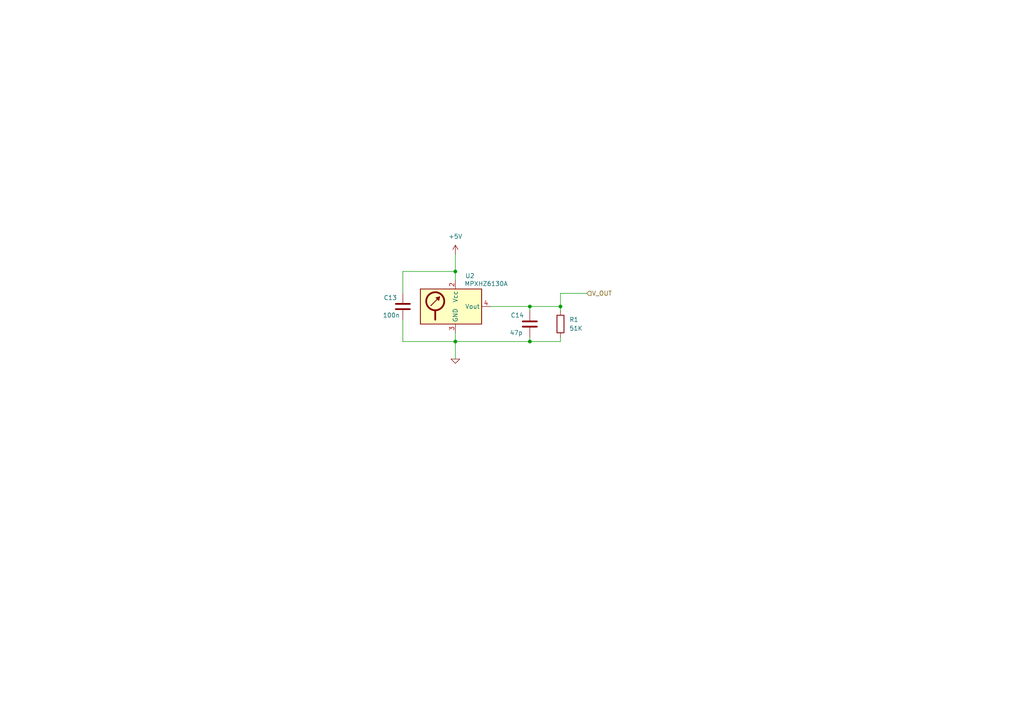
<source format=kicad_sch>
(kicad_sch (version 20231120) (generator "eeschema") (generator_version "8.0")
  (paper "A4")
  (lib_symbols
    (symbol "BLDC_4-rescue:GND-RESCUE-BLDC_4" (power) (pin_names (offset 0))
      (symbol "GND-RESCUE-BLDC_4_0_1"
        (polyline (pts (xy -1.27 0) (xy 0 -1.27) (xy 1.27 0) (xy -1.27 0)))
      )
      (symbol "GND-RESCUE-BLDC_4_1_1"
        (pin power_in line (at 0 0 90) (length 0) hide (name "GND") (number "1"))
      )
    )
    (symbol "Device:C" (pin_numbers hide) (pin_names (offset 0.254))
      (property "Reference" "C" (at 0.635 2.54 0))
      (property "Value" "C" (at 0.635 -2.54 0))
      (symbol "C_0_1"
        (polyline (pts (xy -2.032 -0.762) (xy 2.032 -0.762)) (stroke (width 0.508)))
        (polyline (pts (xy -2.032 0.762) (xy 2.032 0.762)) (stroke (width 0.508)))
      )
      (symbol "C_1_1"
        (pin passive line (at 0 3.81 270) (length 2.794) (name "~") (number "1"))
        (pin passive line (at 0 -3.81 90) (length 2.794) (name "~") (number "2"))
      )
    )
    (symbol "Device:R" (pin_numbers hide) (pin_names (offset 0))
      (property "Reference" "R" (at 2.032 0 90))
      (property "Value" "R" (at 0 0 90))
      (symbol "R_0_1"
        (rectangle (start -1.016 -2.54) (end 1.016 2.54) (stroke (width 0.254)))
      )
      (symbol "R_1_1"
        (pin passive line (at 0 3.81 270) (length 1.27) (name "~") (number "1"))
        (pin passive line (at 0 -3.81 90) (length 1.27) (name "~") (number "2"))
      )
    )
    (symbol "Sensor_Pressure:MPXA6115A"
      (property "Reference" "U" (at -10.16 6.35 0))
      (property "Value" "MPXA6115A" (at 1.27 6.35 0))
      (symbol "MPXA6115A_0_1"
        (circle (center -5.842 1.524) (radius 2.6162) (stroke (width 0.508)))
        (polyline (pts (xy -7.112 0.254) (xy -4.572 2.794)) (stroke (width 0.254)))
        (polyline (pts (xy -5.842 -1.27) (xy -5.842 -3.81)) (stroke (width 0.508)))
        (polyline (pts (xy -4.572 2.794) (xy -4.826 1.778) (xy -5.588 2.54) (xy -4.572 2.794)) (stroke (width 0.254)) (fill (type outline)))
        (rectangle (start 7.62 5.08) (end -10.16 -5.08) (stroke (width 0.254)) (fill (type background)))
      )
      (symbol "MPXA6115A_1_1"
        (pin no_connect line (at 5.08 -5.08 90) (length 2.54) hide (name "NC") (number "1"))
        (pin power_in line (at 0 7.62 270) (length 2.54) (name "Vcc") (number "2"))
        (pin power_in line (at 0 -7.62 90) (length 2.54) (name "GND") (number "3"))
        (pin output line (at 10.16 0 180) (length 2.54) (name "Vout") (number "4"))
        (pin no_connect line (at -7.62 -5.08 90) (length 2.54) hide (name "NC") (number "5"))
        (pin no_connect line (at -5.08 -5.08 90) (length 2.54) hide (name "NC") (number "6"))
        (pin no_connect line (at -2.54 -5.08 90) (length 2.54) hide (name "NC") (number "7"))
        (pin no_connect line (at 2.54 -5.08 90) (length 2.54) hide (name "NC") (number "8"))
      )
    )
    (symbol "power:+5V" (power) (pin_numbers hide) (pin_names (offset 0) hide)
      (property "Value" "+5V" (at 0 3.556 0))
      (symbol "+5V_0_1"
        (polyline (pts (xy -0.762 1.27) (xy 0 2.54)))
        (polyline (pts (xy 0 0) (xy 0 2.54)))
        (polyline (pts (xy 0 2.54) (xy 0.762 1.27)))
      )
      (symbol "+5V_1_1"
        (pin power_in line (at 0 0 90) (length 0) (name "~") (number "1"))
      )
    )
  )
  (junction (at 132.08 78.74))
  (junction (at 153.67 88.9))
  (junction (at 162.56 88.9))
  (junction (at 153.67 99.06))
  (junction (at 132.08 99.06))
  (wire (pts (xy 153.67 90.17) (xy 153.67 88.9)))
  (wire (pts (xy 116.84 78.74) (xy 116.84 85.09)))
  (wire (pts (xy 116.84 92.71) (xy 116.84 99.06)))
  (wire (pts (xy 132.08 78.74) (xy 132.08 81.28)))
  (wire (pts (xy 116.84 99.06) (xy 132.08 99.06)))
  (wire (pts (xy 153.67 88.9) (xy 162.56 88.9)))
  (wire (pts (xy 162.56 85.09) (xy 162.56 88.9)))
  (wire (pts (xy 132.08 99.06) (xy 132.08 104.14)))
  (wire (pts (xy 132.08 99.06) (xy 153.67 99.06)))
  (wire (pts (xy 153.67 99.06) (xy 153.67 97.79)))
  (wire (pts (xy 132.08 96.52) (xy 132.08 99.06)))
  (wire (pts (xy 162.56 88.9) (xy 162.56 90.17)))
  (wire (pts (xy 162.56 99.06) (xy 162.56 97.79)))
  (wire (pts (xy 132.08 78.74) (xy 116.84 78.74)))
  (wire (pts (xy 153.67 99.06) (xy 162.56 99.06)))
  (wire (pts (xy 142.24 88.9) (xy 153.67 88.9)))
  (wire (pts (xy 132.08 73.66) (xy 132.08 78.74)))
  (wire (pts (xy 170.18 85.09) (xy 162.56 85.09)))
  (hierarchical_label "V_OUT" (shape input) (at 170.18 85.09 0))
  (symbol (lib_id "Device:R") (at 162.56 93.98 0) (unit 1)
    (property "Reference" "R1" (at 165.1 92.7099 0) (effects (justify left)))
    (property "Value" "51K" (at 165.1 95.2499 0) (effects (justify left)))
    (property "Description" "Resistor" (effects (hide yes)))
  )
  (symbol (lib_id "Device:C") (at 116.84 88.9 0) (unit 1)
    (property "Reference" "C13" (at 111.252 86.36 0) (effects (justify left)))
    (property "Value" "100n" (at 110.998 91.44 0) (effects (justify left)))
    (property "Description" "Unpolarized capacitor" (effects (hide yes)))
  )
  (symbol (lib_id "power:+5V") (at 132.08 73.66 0) (unit 1)
    (property "Reference" "#PWR014" (effects (hide yes)))
    (property "Value" "+5V" (at 132.08 68.58 0))
    (property "Description" "Power symbol creates a global label with name \"+5V\"" (effects (hide yes)))
  )
  (symbol (lib_id "Sensor_Pressure:MPXA6115A") (at 132.08 88.9 0) (unit 1)
    (property "Reference" "U2" (at 137.668 80.01 0) (effects (justify right)))
    (property "Value" "MPXHZ6130A" (at 147.32 82.296 0) (effects (justify right)))
    (property "Datasheet" "https://www.nxp.com/docs/en/data-sheet/MPXA6115A.pdf" (effects (hide yes)))
    (property "Description" "Absolute pressure sensor, 15 to 115kPa, analog output, integrated signal conditioning, temperature compensated, SO package" (effects (hide yes)))
  )
  (symbol (lib_id "BLDC_4-rescue:GND-RESCUE-BLDC_4") (at 132.08 104.14 0) (unit 1)
    (property "Reference" "#PWR013" (effects (hide yes)))
    (property "Value" "GND" (effects (hide yes)))
  )
  (symbol (lib_id "Device:C") (at 153.67 93.98 0) (unit 1)
    (property "Reference" "C14" (at 148.082 91.44 0) (effects (justify left)))
    (property "Value" "47p" (at 147.828 96.52 0) (effects (justify left)))
    (property "Description" "Unpolarized capacitor" (effects (hide yes)))
  )
)
</source>
